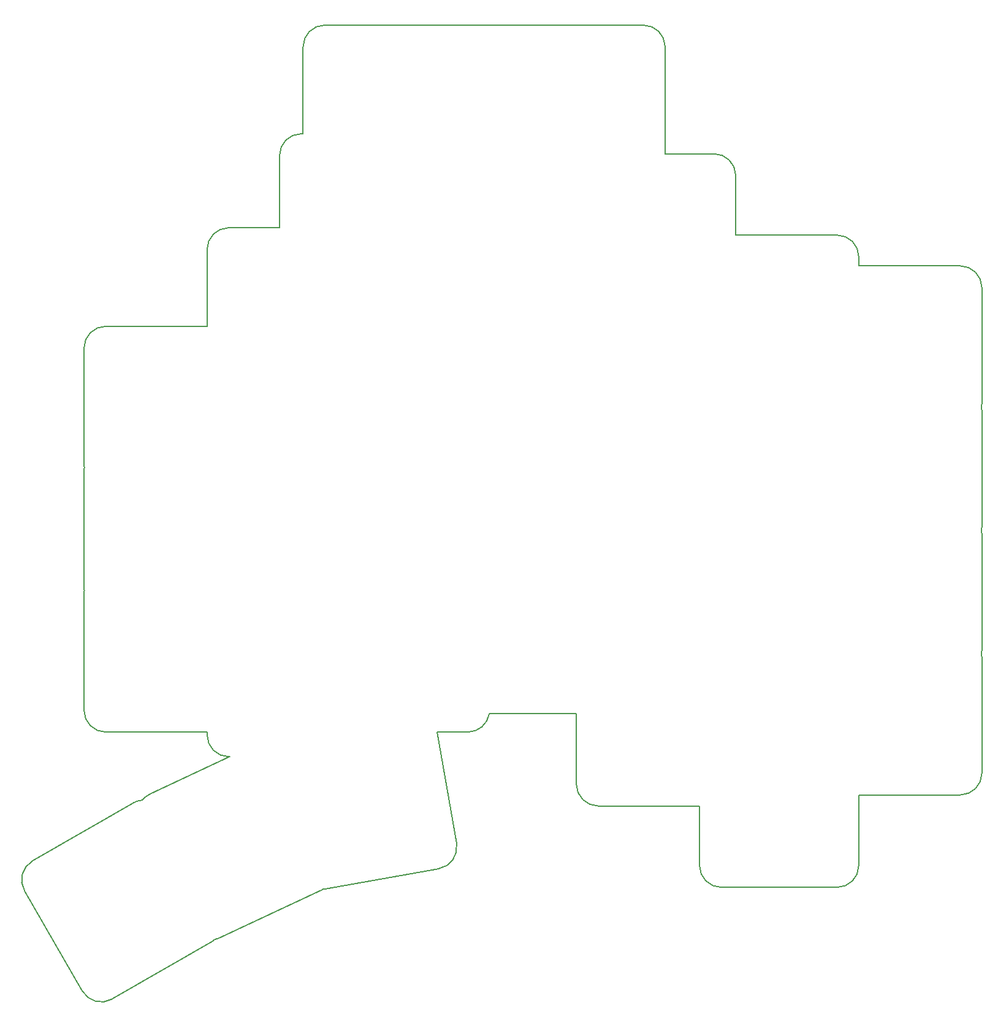
<source format=gm1>
G04 #@! TF.GenerationSoftware,KiCad,Pcbnew,9.0.7+1*
G04 #@! TF.CreationDate,2026-02-15T05:04:06+00:00*
G04 #@! TF.ProjectId,right_pcb,72696768-745f-4706-9362-2e6b69636164,v0.2*
G04 #@! TF.SameCoordinates,Original*
G04 #@! TF.FileFunction,Profile,NP*
%FSLAX46Y46*%
G04 Gerber Fmt 4.6, Leading zero omitted, Abs format (unit mm)*
G04 Created by KiCad (PCBNEW 9.0.7+1) date 2026-02-15 05:04:06*
%MOMM*%
%LPD*%
G01*
G04 APERTURE LIST*
G04 #@! TA.AperFunction,Profile*
%ADD10C,0.150000*%
G04 #@! TD*
G04 APERTURE END LIST*
D10*
X299000000Y-144000000D02*
X313000000Y-144000000D01*
X316000000Y-141000000D02*
G75*
G02*
X313000000Y-144000000I-3000000J0D01*
G01*
X316000000Y-141000000D02*
X316000000Y-125000000D01*
X315958040Y-124500000D02*
G75*
G02*
X316000002Y-125000000I-2957940J-500000D01*
G01*
X316000000Y-124000000D02*
G75*
G02*
X315958039Y-124500000I-2999900J0D01*
G01*
X316000000Y-124000000D02*
X316000000Y-108000000D01*
X315958040Y-107500000D02*
G75*
G02*
X316000002Y-108000000I-2957940J-500000D01*
G01*
X316000000Y-107000000D02*
G75*
G02*
X315958039Y-107500000I-2999900J0D01*
G01*
X316000000Y-107000000D02*
X316000000Y-91000000D01*
X315958040Y-90500000D02*
G75*
G02*
X316000002Y-91000000I-2957940J-500000D01*
G01*
X316000000Y-90000000D02*
G75*
G02*
X315958039Y-90500000I-2999900J0D01*
G01*
X316000000Y-90000000D02*
X316000000Y-74000000D01*
X313000000Y-71000000D02*
G75*
G02*
X316000000Y-74000000I0J-3000000D01*
G01*
X313000000Y-71000000D02*
X299000000Y-71000000D01*
X280000000Y-156750000D02*
X296000000Y-156750000D01*
X299000000Y-153750000D02*
G75*
G02*
X296000000Y-156750000I-3000000J0D01*
G01*
X299000000Y-153750000D02*
X299000000Y-144000000D01*
X277000000Y-145530000D02*
X277000000Y-153750000D01*
X280000000Y-156750000D02*
G75*
G02*
X277000000Y-153750000I0J3000000D01*
G01*
X299000000Y-71000000D02*
X299000000Y-69750000D01*
X296000000Y-66750000D02*
G75*
G02*
X299000000Y-69750000I0J-3000000D01*
G01*
X296000000Y-66750000D02*
X282000000Y-66750000D01*
X263000000Y-145530000D02*
X277000000Y-145530000D01*
X260000000Y-132780000D02*
X260000000Y-142530000D01*
X263000000Y-145530000D02*
G75*
G02*
X260000000Y-142530000I0J3000000D01*
G01*
X282000000Y-66750000D02*
X282000000Y-58530000D01*
X279000000Y-55530000D02*
G75*
G02*
X282000000Y-58530000I0J-3000000D01*
G01*
X279000000Y-55530000D02*
X272250000Y-55530000D01*
X247966058Y-132780000D02*
X260000000Y-132780000D01*
X240732219Y-135330000D02*
X245000000Y-135330000D01*
X247966058Y-132780000D02*
G75*
G02*
X245000000Y-135330000I-2966058J450000D01*
G01*
X212000000Y-138730000D02*
X212167947Y-138730000D01*
X209000000Y-135330000D02*
X209000000Y-135730000D01*
X212000000Y-138730000D02*
G75*
G02*
X209000000Y-135730000I0J3000000D01*
G01*
X219000000Y-65730000D02*
X212000000Y-65730000D01*
X209000000Y-68730000D02*
G75*
G02*
X212000000Y-65730000I3000000J0D01*
G01*
X209000000Y-68730000D02*
X209000000Y-79330000D01*
X195000000Y-135330000D02*
X209000000Y-135330000D01*
X192000000Y-116330000D02*
G75*
G02*
X192041961Y-115830000I2999900J0D01*
G01*
X192000000Y-116330000D02*
X192000000Y-132330000D01*
X195000000Y-135330000D02*
G75*
G02*
X192000000Y-132330000I0J3000000D01*
G01*
X192000000Y-99330000D02*
G75*
G02*
X192041961Y-98830000I2999900J0D01*
G01*
X192000000Y-99330000D02*
X192000000Y-115330000D01*
X192041960Y-115830000D02*
G75*
G02*
X191999998Y-115330000I2957940J500000D01*
G01*
X209000000Y-79330000D02*
X195000000Y-79330000D01*
X192000000Y-82330000D02*
G75*
G02*
X195000000Y-79330000I3000000J0D01*
G01*
X192000000Y-82330000D02*
X192000000Y-98330000D01*
X192041960Y-98830000D02*
G75*
G02*
X191999998Y-98330000I2957940J500000D01*
G01*
X225251668Y-156952071D02*
X241008592Y-154173700D01*
X243442071Y-150698332D02*
G75*
G02*
X241008603Y-154173765I-2954471J-520968D01*
G01*
X243442071Y-150698332D02*
X240732219Y-135330000D01*
X225251668Y-156952071D02*
G75*
G02*
X225081907Y-156977019I-520868J2954271D01*
G01*
X210427611Y-163815846D02*
X224928535Y-157053954D01*
X225081907Y-156977022D02*
G75*
G02*
X224928535Y-157053953I-1421007J2641622D01*
G01*
X212167947Y-138730000D02*
X201130009Y-143877075D01*
X200050698Y-144727627D02*
G75*
G02*
X201130004Y-143877064I2347202J-1868373D01*
G01*
X210427611Y-163815846D02*
G75*
G02*
X210061498Y-163958198I-1267911J2718946D01*
G01*
X195878492Y-172176449D02*
X209734899Y-164176449D01*
X210061496Y-163958193D02*
G75*
G02*
X209734900Y-164176451I-1826596J2379793D01*
G01*
X198734899Y-145123891D02*
G75*
G02*
X200050698Y-144727631I1500001J-2598109D01*
G01*
X198734899Y-145123891D02*
X184878492Y-153123891D01*
X183780416Y-157221967D02*
G75*
G02*
X184878514Y-153123927I2598084J1499967D01*
G01*
X183780416Y-157221967D02*
X191780416Y-171078373D01*
X195878492Y-172176449D02*
G75*
G02*
X191780434Y-171078363I-1499992J2598049D01*
G01*
X272250000Y-55530000D02*
X272250000Y-40770000D01*
X269250000Y-37770000D02*
G75*
G02*
X272250000Y-40770000I0J-3000000D01*
G01*
X269250000Y-37770000D02*
X225250000Y-37770000D01*
X222250000Y-40770000D02*
G75*
G02*
X225250000Y-37770000I3000000J0D01*
G01*
X222250000Y-40770000D02*
X222250000Y-52770000D01*
X219000000Y-55770000D02*
X219000000Y-65730000D01*
X222250000Y-52770000D02*
X222000000Y-52770000D01*
X219000000Y-55770000D02*
G75*
G02*
X222000000Y-52770000I3000000J0D01*
G01*
M02*

</source>
